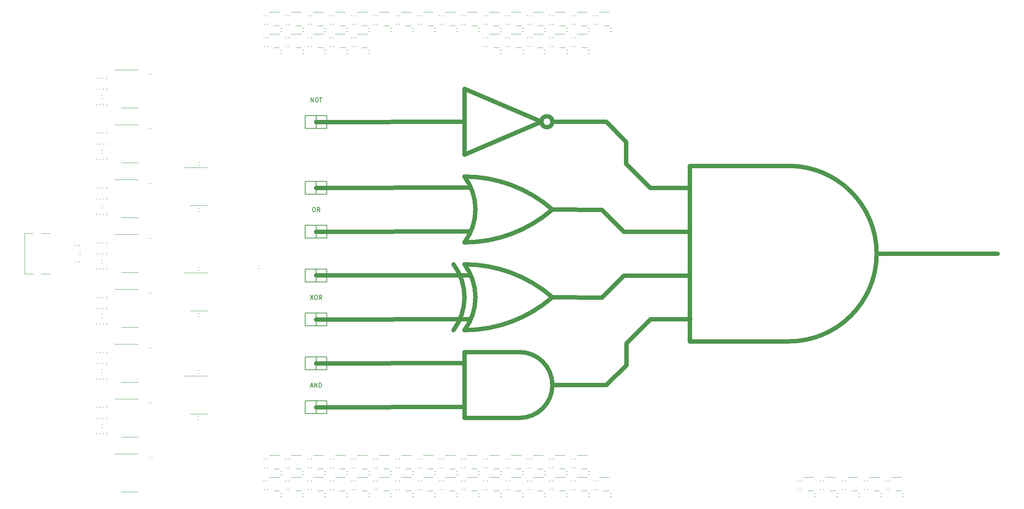
<source format=gbr>
%TF.GenerationSoftware,KiCad,Pcbnew,(6.0.9)*%
%TF.CreationDate,2022-12-26T01:44:17+02:00*%
%TF.ProjectId,maru-logic,6d617275-2d6c-46f6-9769-632e6b696361,rev?*%
%TF.SameCoordinates,Original*%
%TF.FileFunction,Legend,Top*%
%TF.FilePolarity,Positive*%
%FSLAX46Y46*%
G04 Gerber Fmt 4.6, Leading zero omitted, Abs format (unit mm)*
G04 Created by KiCad (PCBNEW (6.0.9)) date 2022-12-26 01:44:17*
%MOMM*%
%LPD*%
G01*
G04 APERTURE LIST*
%ADD10C,1.000000*%
%ADD11C,0.200000*%
%ADD12C,0.120000*%
%ADD13C,0.150000*%
G04 APERTURE END LIST*
D10*
X154940001Y-88835642D02*
X142240001Y-88835642D01*
X237490000Y-66040000D02*
X265430000Y-66040000D01*
X142240000Y-35495641D02*
X107950000Y-35560000D01*
X143510000Y-60895641D02*
X107950000Y-60960000D01*
X179642359Y-86803641D02*
X185230359Y-81215641D01*
X162559988Y-55815655D02*
G75*
G03*
X142240000Y-48195641I-20319988J-23283245D01*
G01*
X142240000Y-27875641D02*
X160020000Y-35495641D01*
X194310000Y-50800000D02*
X185166000Y-50800000D01*
X142240001Y-101535642D02*
X107950001Y-101600001D01*
X139707400Y-83755640D02*
G75*
G03*
X139707401Y-68515641I-10197100J7620000D01*
G01*
X160020000Y-35495641D02*
X142240000Y-43115641D01*
X194310000Y-45720000D02*
X217170000Y-45720000D01*
X142240000Y-43115641D02*
X142240000Y-27875641D01*
X143510000Y-81215641D02*
X107950000Y-81280000D01*
X194374359Y-81215641D02*
X185230359Y-81215641D01*
X162560000Y-35495641D02*
G75*
G03*
X162560000Y-35495641I-1270000J0D01*
G01*
X142239999Y-83755640D02*
G75*
G03*
X142240000Y-68515641I-10197099J7620000D01*
G01*
X142240000Y-83755639D02*
G75*
G03*
X162560000Y-76135641I0J30903339D01*
G01*
X162560000Y-55815641D02*
X173990000Y-55880000D01*
X142240000Y-63435639D02*
G75*
G03*
X162560000Y-55815641I0J30903339D01*
G01*
X162559988Y-76135655D02*
G75*
G03*
X142240000Y-68515641I-20319988J-23283245D01*
G01*
X175006000Y-35495641D02*
X179578000Y-40132000D01*
X173990000Y-55880000D02*
X179070000Y-60960000D01*
X162560000Y-96455641D02*
X175006000Y-96455641D01*
X173990000Y-76200000D02*
X179070000Y-71120000D01*
X179642359Y-86803641D02*
X179642359Y-91883641D01*
X194310000Y-86360000D02*
X217170000Y-86360000D01*
X142240001Y-88835642D02*
X142240001Y-104075642D01*
X162560000Y-76135641D02*
X173990000Y-76200000D01*
X143510000Y-50735641D02*
X107950000Y-50800000D01*
X179578000Y-45212000D02*
X185166000Y-50800000D01*
X142240001Y-91375642D02*
X107950001Y-91440001D01*
X142239999Y-63435640D02*
G75*
G03*
X142240000Y-48195641I-10197099J7620000D01*
G01*
X194310000Y-60960000D02*
X179070000Y-60960000D01*
X175006000Y-96455641D02*
X179642359Y-91883641D01*
X154940001Y-104075638D02*
G75*
G03*
X154940001Y-88835642I-1J7619998D01*
G01*
X194310000Y-45720000D02*
X194310000Y-86360000D01*
X194310000Y-71120000D02*
X179070000Y-71120000D01*
X179578000Y-40132000D02*
X179578000Y-45212000D01*
X217170000Y-86360000D02*
G75*
G03*
X217170000Y-45720000I0J20320000D01*
G01*
X143510000Y-71055641D02*
X107950000Y-71055641D01*
X162560000Y-35495641D02*
X175006000Y-35495641D01*
X154940001Y-104075642D02*
X142240001Y-104075642D01*
D11*
X106592857Y-75652380D02*
X107259523Y-76652380D01*
X107259523Y-75652380D02*
X106592857Y-76652380D01*
X107830952Y-75652380D02*
X108021428Y-75652380D01*
X108116666Y-75700000D01*
X108211904Y-75795238D01*
X108259523Y-75985714D01*
X108259523Y-76319047D01*
X108211904Y-76509523D01*
X108116666Y-76604761D01*
X108021428Y-76652380D01*
X107830952Y-76652380D01*
X107735714Y-76604761D01*
X107640476Y-76509523D01*
X107592857Y-76319047D01*
X107592857Y-75985714D01*
X107640476Y-75795238D01*
X107735714Y-75700000D01*
X107830952Y-75652380D01*
X109259523Y-76652380D02*
X108926190Y-76176190D01*
X108688095Y-76652380D02*
X108688095Y-75652380D01*
X109069047Y-75652380D01*
X109164285Y-75700000D01*
X109211904Y-75747619D01*
X109259523Y-75842857D01*
X109259523Y-75985714D01*
X109211904Y-76080952D01*
X109164285Y-76128571D01*
X109069047Y-76176190D01*
X108688095Y-76176190D01*
X106759523Y-30932380D02*
X106759523Y-29932380D01*
X107330952Y-30932380D01*
X107330952Y-29932380D01*
X107997619Y-29932380D02*
X108188095Y-29932380D01*
X108283333Y-29980000D01*
X108378571Y-30075238D01*
X108426190Y-30265714D01*
X108426190Y-30599047D01*
X108378571Y-30789523D01*
X108283333Y-30884761D01*
X108188095Y-30932380D01*
X107997619Y-30932380D01*
X107902380Y-30884761D01*
X107807142Y-30789523D01*
X107759523Y-30599047D01*
X107759523Y-30265714D01*
X107807142Y-30075238D01*
X107902380Y-29980000D01*
X107997619Y-29932380D01*
X108711904Y-29932380D02*
X109283333Y-29932380D01*
X108997619Y-30932380D02*
X108997619Y-29932380D01*
X106688095Y-96686666D02*
X107164285Y-96686666D01*
X106592857Y-96972380D02*
X106926190Y-95972380D01*
X107259523Y-96972380D01*
X107592857Y-96972380D02*
X107592857Y-95972380D01*
X108164285Y-96972380D01*
X108164285Y-95972380D01*
X108640476Y-96972380D02*
X108640476Y-95972380D01*
X108878571Y-95972380D01*
X109021428Y-96020000D01*
X109116666Y-96115238D01*
X109164285Y-96210476D01*
X109211904Y-96400952D01*
X109211904Y-96543809D01*
X109164285Y-96734285D01*
X109116666Y-96829523D01*
X109021428Y-96924761D01*
X108878571Y-96972380D01*
X108640476Y-96972380D01*
X107354761Y-55332380D02*
X107545238Y-55332380D01*
X107640476Y-55380000D01*
X107735714Y-55475238D01*
X107783333Y-55665714D01*
X107783333Y-55999047D01*
X107735714Y-56189523D01*
X107640476Y-56284761D01*
X107545238Y-56332380D01*
X107354761Y-56332380D01*
X107259523Y-56284761D01*
X107164285Y-56189523D01*
X107116666Y-55999047D01*
X107116666Y-55665714D01*
X107164285Y-55475238D01*
X107259523Y-55380000D01*
X107354761Y-55332380D01*
X108783333Y-56332380D02*
X108450000Y-55856190D01*
X108211904Y-56332380D02*
X108211904Y-55332380D01*
X108592857Y-55332380D01*
X108688095Y-55380000D01*
X108735714Y-55427619D01*
X108783333Y-55522857D01*
X108783333Y-55665714D01*
X108735714Y-55760952D01*
X108688095Y-55808571D01*
X108592857Y-55856190D01*
X108211904Y-55856190D01*
D12*
%TO.C,R10302*%
X175872359Y-14604000D02*
X176179641Y-14604000D01*
X175872359Y-13844000D02*
X176179641Y-13844000D01*
%TO.C,R1303*%
X58802000Y-63653641D02*
X58802000Y-63346359D01*
X59562000Y-63653641D02*
X59562000Y-63346359D01*
%TO.C,R2502*%
X170792359Y-18924000D02*
X171099641Y-18924000D01*
X170792359Y-19684000D02*
X171099641Y-19684000D01*
%TO.C,Q7501*%
X108962000Y-120940000D02*
X109612000Y-120940000D01*
X108962000Y-117820000D02*
X107287000Y-117820000D01*
X108962000Y-120940000D02*
X108312000Y-120940000D01*
X108962000Y-117820000D02*
X109612000Y-117820000D01*
%TO.C,Q8001*%
X164846000Y-112740000D02*
X163171000Y-112740000D01*
X164846000Y-112740000D02*
X165496000Y-112740000D01*
X164846000Y-115860000D02*
X165496000Y-115860000D01*
X164846000Y-115860000D02*
X164196000Y-115860000D01*
%TO.C,C1104*%
X58018000Y-53475836D02*
X58018000Y-53260164D01*
X57298000Y-53475836D02*
X57298000Y-53260164D01*
%TO.C,R5902*%
X145392359Y-122300000D02*
X145699641Y-122300000D01*
X145392359Y-121540000D02*
X145699641Y-121540000D01*
%TO.C,R201*%
X57278000Y-31649641D02*
X57278000Y-31342359D01*
X58038000Y-31649641D02*
X58038000Y-31342359D01*
%TO.C,Q4901*%
X175006000Y-117820000D02*
X175656000Y-117820000D01*
X175006000Y-120940000D02*
X175656000Y-120940000D01*
X175006000Y-120940000D02*
X174356000Y-120940000D01*
X175006000Y-117820000D02*
X173331000Y-117820000D01*
%TO.C,Q10001*%
X159766000Y-10124000D02*
X158091000Y-10124000D01*
X159766000Y-10124000D02*
X160416000Y-10124000D01*
X159766000Y-13244000D02*
X160416000Y-13244000D01*
X159766000Y-13244000D02*
X159116000Y-13244000D01*
%TO.C,R1102*%
X58802000Y-57049641D02*
X58802000Y-56742359D01*
X59562000Y-57049641D02*
X59562000Y-56742359D01*
%TO.C,C7101*%
X116226000Y-115462164D02*
X116226000Y-115677836D01*
X116946000Y-115462164D02*
X116946000Y-115677836D01*
%TO.C,C7401*%
X101706000Y-120542164D02*
X101706000Y-120757836D01*
X100986000Y-120542164D02*
X100986000Y-120757836D01*
%TO.C,C2001*%
X151790000Y-17926164D02*
X151790000Y-18141836D01*
X152510000Y-17926164D02*
X152510000Y-18141836D01*
D13*
%TO.C,SW301*%
X110450000Y-34060000D02*
X105450000Y-34060000D01*
X105450000Y-37060000D02*
X110450000Y-37060000D01*
X107950000Y-36060000D02*
X108450000Y-35310000D01*
X105450000Y-34060000D02*
X105450000Y-37060000D01*
X110450000Y-37060000D02*
X110450000Y-34060000D01*
X107950000Y-37060000D02*
X107950000Y-36060000D01*
X107950000Y-34060000D02*
X107950000Y-35060000D01*
D12*
%TO.C,R2902*%
X114912359Y-14604000D02*
X115219641Y-14604000D01*
X114912359Y-13844000D02*
X115219641Y-13844000D01*
%TO.C,J101*%
X42495000Y-70740000D02*
X40595000Y-70740000D01*
X40595000Y-61340000D02*
X40595000Y-70740000D01*
X42495000Y-61340000D02*
X40595000Y-61340000D01*
X46395000Y-61340000D02*
X44395000Y-61340000D01*
X46395000Y-70740000D02*
X44395000Y-70740000D01*
%TO.C,R4502*%
X160632359Y-122300000D02*
X160939641Y-122300000D01*
X160632359Y-121540000D02*
X160939641Y-121540000D01*
%TO.C,R5801*%
X136530000Y-118464359D02*
X136530000Y-118771641D01*
X137290000Y-118464359D02*
X137290000Y-118771641D01*
%TO.C,C107*%
X80745836Y-103725000D02*
X80530164Y-103725000D01*
X80745836Y-104445000D02*
X80530164Y-104445000D01*
%TO.C,Q9801*%
X149606000Y-10124000D02*
X150256000Y-10124000D01*
X149606000Y-13244000D02*
X148956000Y-13244000D01*
X149606000Y-13244000D02*
X150256000Y-13244000D01*
X149606000Y-10124000D02*
X147931000Y-10124000D01*
%TO.C,U104*%
X64770000Y-112354299D02*
X61320000Y-112354299D01*
X64770000Y-121224299D02*
X66720000Y-121224299D01*
X64770000Y-112354299D02*
X66720000Y-112354299D01*
X64770000Y-121224299D02*
X62820000Y-121224299D01*
%TO.C,R5302*%
X119992359Y-19684000D02*
X120299641Y-19684000D01*
X119992359Y-18924000D02*
X120299641Y-18924000D01*
%TO.C,R7701*%
X111886000Y-118464359D02*
X111886000Y-118771641D01*
X111126000Y-118464359D02*
X111126000Y-118771641D01*
%TO.C,R6401*%
X137290000Y-113384359D02*
X137290000Y-113691641D01*
X136530000Y-113384359D02*
X136530000Y-113691641D01*
%TO.C,R9902*%
X155552359Y-13844000D02*
X155859641Y-13844000D01*
X155552359Y-14604000D02*
X155859641Y-14604000D01*
%TO.C,R204*%
X59562000Y-27786359D02*
X59562000Y-28093641D01*
X58802000Y-27786359D02*
X58802000Y-28093641D01*
%TO.C,R5502*%
X130152359Y-121540000D02*
X130459641Y-121540000D01*
X130152359Y-122300000D02*
X130459641Y-122300000D01*
%TO.C,R5002*%
X165712359Y-122300000D02*
X166019641Y-122300000D01*
X165712359Y-121540000D02*
X166019641Y-121540000D01*
%TO.C,C3701*%
X136550000Y-12846164D02*
X136550000Y-13061836D01*
X137270000Y-12846164D02*
X137270000Y-13061836D01*
%TO.C,R401*%
X225174000Y-118464359D02*
X225174000Y-118771641D01*
X224414000Y-118464359D02*
X224414000Y-118771641D01*
%TO.C,R10102*%
X165712359Y-14604000D02*
X166019641Y-14604000D01*
X165712359Y-13844000D02*
X166019641Y-13844000D01*
%TO.C,R1304*%
X59562000Y-65886359D02*
X59562000Y-66193641D01*
X58802000Y-65886359D02*
X58802000Y-66193641D01*
%TO.C,U1501*%
X64890000Y-83120000D02*
X66840000Y-83120000D01*
X64890000Y-74250000D02*
X61440000Y-74250000D01*
X64890000Y-74250000D02*
X66840000Y-74250000D01*
X64890000Y-83120000D02*
X62940000Y-83120000D01*
%TO.C,R7402*%
X104748359Y-121540000D02*
X105055641Y-121540000D01*
X104748359Y-122300000D02*
X105055641Y-122300000D01*
%TO.C,R2701*%
X106810000Y-10768359D02*
X106810000Y-11075641D01*
X106050000Y-10768359D02*
X106050000Y-11075641D01*
%TO.C,Q4001*%
X114046000Y-18324000D02*
X114696000Y-18324000D01*
X114046000Y-15204000D02*
X112371000Y-15204000D01*
X114046000Y-18324000D02*
X113396000Y-18324000D01*
X114046000Y-15204000D02*
X114696000Y-15204000D01*
%TO.C,R903*%
X59562000Y-38253641D02*
X59562000Y-37946359D01*
X58802000Y-38253641D02*
X58802000Y-37946359D01*
%TO.C,Q5501*%
X129286000Y-117820000D02*
X127611000Y-117820000D01*
X129286000Y-120940000D02*
X129936000Y-120940000D01*
X129286000Y-120940000D02*
X128636000Y-120940000D01*
X129286000Y-117820000D02*
X129936000Y-117820000D01*
%TO.C,C1102*%
X58312164Y-55478000D02*
X58527836Y-55478000D01*
X58312164Y-54758000D02*
X58527836Y-54758000D01*
%TO.C,R5201*%
X146690000Y-113384359D02*
X146690000Y-113691641D01*
X147450000Y-113384359D02*
X147450000Y-113691641D01*
%TO.C,C903*%
X57298000Y-38207836D02*
X57298000Y-37992164D01*
X58018000Y-38207836D02*
X58018000Y-37992164D01*
%TO.C,Q5801*%
X139446000Y-117820000D02*
X137771000Y-117820000D01*
X139446000Y-120940000D02*
X138796000Y-120940000D01*
X139446000Y-117820000D02*
X140096000Y-117820000D01*
X139446000Y-120940000D02*
X140096000Y-120940000D01*
%TO.C,Q2501*%
X169926000Y-15204000D02*
X170576000Y-15204000D01*
X169926000Y-15204000D02*
X168251000Y-15204000D01*
X169926000Y-18324000D02*
X169276000Y-18324000D01*
X169926000Y-18324000D02*
X170576000Y-18324000D01*
%TO.C,C7001*%
X111146000Y-115462164D02*
X111146000Y-115677836D01*
X111866000Y-115462164D02*
X111866000Y-115677836D01*
%TO.C,Q3601*%
X124206000Y-10124000D02*
X122531000Y-10124000D01*
X124206000Y-10124000D02*
X124856000Y-10124000D01*
X124206000Y-13244000D02*
X123556000Y-13244000D01*
X124206000Y-13244000D02*
X124856000Y-13244000D01*
%TO.C,R702*%
X58802000Y-107849641D02*
X58802000Y-107542359D01*
X59562000Y-107849641D02*
X59562000Y-107542359D01*
%TO.C,Q5601*%
X134366000Y-117820000D02*
X132691000Y-117820000D01*
X134366000Y-117820000D02*
X135016000Y-117820000D01*
X134366000Y-120940000D02*
X135016000Y-120940000D01*
X134366000Y-120940000D02*
X133716000Y-120940000D01*
%TO.C,R2102*%
X243436359Y-121540000D02*
X243743641Y-121540000D01*
X243436359Y-122300000D02*
X243743641Y-122300000D01*
%TO.C,R2101*%
X240414000Y-118464359D02*
X240414000Y-118771641D01*
X239654000Y-118464359D02*
X239654000Y-118771641D01*
%TO.C,Q6201*%
X134366000Y-112740000D02*
X132691000Y-112740000D01*
X134366000Y-115860000D02*
X135016000Y-115860000D01*
X134366000Y-112740000D02*
X135016000Y-112740000D01*
X134366000Y-115860000D02*
X133716000Y-115860000D01*
%TO.C,Q6901*%
X98802000Y-115860000D02*
X98152000Y-115860000D01*
X98802000Y-112740000D02*
X97127000Y-112740000D01*
X98802000Y-115860000D02*
X99452000Y-115860000D01*
X98802000Y-112740000D02*
X99452000Y-112740000D01*
%TO.C,C6301*%
X121310000Y-115462164D02*
X121310000Y-115677836D01*
X122030000Y-115462164D02*
X122030000Y-115677836D01*
%TO.C,R102*%
X53085000Y-68098641D02*
X53085000Y-67791359D01*
X52325000Y-68098641D02*
X52325000Y-67791359D01*
%TO.C,R1301*%
X57278000Y-69749641D02*
X57278000Y-69442359D01*
X58038000Y-69749641D02*
X58038000Y-69442359D01*
%TO.C,R504*%
X58802000Y-91286359D02*
X58802000Y-91593641D01*
X59562000Y-91286359D02*
X59562000Y-91593641D01*
%TO.C,Q7001*%
X114042000Y-112740000D02*
X114692000Y-112740000D01*
X114042000Y-115860000D02*
X113392000Y-115860000D01*
X114042000Y-115860000D02*
X114692000Y-115860000D01*
X114042000Y-112740000D02*
X112367000Y-112740000D01*
%TO.C,R4002*%
X114912359Y-19684000D02*
X115219641Y-19684000D01*
X114912359Y-18924000D02*
X115219641Y-18924000D01*
%TO.C,R7501*%
X106806000Y-118464359D02*
X106806000Y-118771641D01*
X106046000Y-118464359D02*
X106046000Y-118771641D01*
%TO.C,C4601*%
X151790000Y-120542164D02*
X151790000Y-120757836D01*
X152510000Y-120542164D02*
X152510000Y-120757836D01*
%TO.C,R1503*%
X59562000Y-76353641D02*
X59562000Y-76046359D01*
X58802000Y-76353641D02*
X58802000Y-76046359D01*
%TO.C,R1504*%
X59562000Y-78586359D02*
X59562000Y-78893641D01*
X58802000Y-78586359D02*
X58802000Y-78893641D01*
%TO.C,R6801*%
X106806000Y-113384359D02*
X106806000Y-113691641D01*
X106046000Y-113384359D02*
X106046000Y-113691641D01*
%TO.C,R3802*%
X145392359Y-14604000D02*
X145699641Y-14604000D01*
X145392359Y-13844000D02*
X145699641Y-13844000D01*
%TO.C,C101*%
X69275299Y-113121164D02*
X69275299Y-113336836D01*
X69995299Y-113121164D02*
X69995299Y-113336836D01*
%TO.C,R3902*%
X99672359Y-19684000D02*
X99979641Y-19684000D01*
X99672359Y-18924000D02*
X99979641Y-18924000D01*
%TO.C,C5701*%
X121310000Y-120542164D02*
X121310000Y-120757836D01*
X122030000Y-120542164D02*
X122030000Y-120757836D01*
%TO.C,Q10301*%
X175006000Y-13244000D02*
X174356000Y-13244000D01*
X175006000Y-10124000D02*
X175656000Y-10124000D01*
X175006000Y-10124000D02*
X173331000Y-10124000D01*
X175006000Y-13244000D02*
X175656000Y-13244000D01*
%TO.C,Q7401*%
X103882000Y-117820000D02*
X104532000Y-117820000D01*
X103882000Y-117820000D02*
X102207000Y-117820000D01*
X103882000Y-120940000D02*
X103232000Y-120940000D01*
X103882000Y-120940000D02*
X104532000Y-120940000D01*
%TO.C,C904*%
X58018000Y-40775836D02*
X58018000Y-40560164D01*
X57298000Y-40775836D02*
X57298000Y-40560164D01*
%TO.C,R2302*%
X150472359Y-19684000D02*
X150779641Y-19684000D01*
X150472359Y-18924000D02*
X150779641Y-18924000D01*
%TO.C,R503*%
X59562000Y-89053641D02*
X59562000Y-88746359D01*
X58802000Y-89053641D02*
X58802000Y-88746359D01*
%TO.C,R501*%
X58038000Y-95149641D02*
X58038000Y-94842359D01*
X57278000Y-95149641D02*
X57278000Y-94842359D01*
%TO.C,Q6101*%
X129286000Y-115860000D02*
X128636000Y-115860000D01*
X129286000Y-115860000D02*
X129936000Y-115860000D01*
X129286000Y-112740000D02*
X129936000Y-112740000D01*
X129286000Y-112740000D02*
X127611000Y-112740000D01*
%TO.C,R6202*%
X135232359Y-117220000D02*
X135539641Y-117220000D01*
X135232359Y-116460000D02*
X135539641Y-116460000D01*
%TO.C,C109*%
X80872836Y-79849000D02*
X80657164Y-79849000D01*
X80872836Y-80569000D02*
X80657164Y-80569000D01*
%TO.C,C5901*%
X142350000Y-120542164D02*
X142350000Y-120757836D01*
X141630000Y-120542164D02*
X141630000Y-120757836D01*
%TO.C,C1304*%
X57298000Y-66175836D02*
X57298000Y-65960164D01*
X58018000Y-66175836D02*
X58018000Y-65960164D01*
%TO.C,Q5001*%
X164846000Y-120940000D02*
X165496000Y-120940000D01*
X164846000Y-120940000D02*
X164196000Y-120940000D01*
X164846000Y-117820000D02*
X165496000Y-117820000D01*
X164846000Y-117820000D02*
X163171000Y-117820000D01*
%TO.C,R6102*%
X130152359Y-117220000D02*
X130459641Y-117220000D01*
X130152359Y-116460000D02*
X130459641Y-116460000D01*
%TO.C,C1303*%
X58018000Y-63607836D02*
X58018000Y-63392164D01*
X57298000Y-63607836D02*
X57298000Y-63392164D01*
%TO.C,C2501*%
X167030000Y-17926164D02*
X167030000Y-18141836D01*
X167750000Y-17926164D02*
X167750000Y-18141836D01*
%TO.C,R3501*%
X132210000Y-10768359D02*
X132210000Y-11075641D01*
X131450000Y-10768359D02*
X131450000Y-11075641D01*
%TO.C,C704*%
X58018000Y-104275836D02*
X58018000Y-104060164D01*
X57298000Y-104275836D02*
X57298000Y-104060164D01*
%TO.C,R3201*%
X101730000Y-15848359D02*
X101730000Y-16155641D01*
X100970000Y-15848359D02*
X100970000Y-16155641D01*
%TO.C,R1501*%
X57278000Y-82449641D02*
X57278000Y-82142359D01*
X58038000Y-82449641D02*
X58038000Y-82142359D01*
%TO.C,Q4301*%
X154686000Y-112740000D02*
X153011000Y-112740000D01*
X154686000Y-115860000D02*
X154036000Y-115860000D01*
X154686000Y-112740000D02*
X155336000Y-112740000D01*
X154686000Y-115860000D02*
X155336000Y-115860000D01*
%TO.C,R10201*%
X167770000Y-10768359D02*
X167770000Y-11075641D01*
X167010000Y-10768359D02*
X167010000Y-11075641D01*
%TO.C,R902*%
X59562000Y-44349641D02*
X59562000Y-44042359D01*
X58802000Y-44349641D02*
X58802000Y-44042359D01*
%TO.C,U501*%
X64890000Y-95820000D02*
X62940000Y-95820000D01*
X64890000Y-95820000D02*
X66840000Y-95820000D01*
X64890000Y-86950000D02*
X66840000Y-86950000D01*
X64890000Y-86950000D02*
X61440000Y-86950000D01*
%TO.C,R4902*%
X175872359Y-122300000D02*
X176179641Y-122300000D01*
X175872359Y-121540000D02*
X176179641Y-121540000D01*
%TO.C,R402*%
X228196359Y-122300000D02*
X228503641Y-122300000D01*
X228196359Y-121540000D02*
X228503641Y-121540000D01*
%TO.C,C7601*%
X96626000Y-120542164D02*
X96626000Y-120757836D01*
X95906000Y-120542164D02*
X95906000Y-120757836D01*
%TO.C,R3001*%
X116210000Y-10768359D02*
X116210000Y-11075641D01*
X116970000Y-10768359D02*
X116970000Y-11075641D01*
%TO.C,R4802*%
X170792359Y-122300000D02*
X171099641Y-122300000D01*
X170792359Y-121540000D02*
X171099641Y-121540000D01*
%TO.C,R5001*%
X162690000Y-118464359D02*
X162690000Y-118771641D01*
X161930000Y-118464359D02*
X161930000Y-118771641D01*
%TO.C,R6101*%
X127130000Y-113384359D02*
X127130000Y-113691641D01*
X126370000Y-113384359D02*
X126370000Y-113691641D01*
%TO.C,C105*%
X80872836Y-56185000D02*
X80657164Y-56185000D01*
X80872836Y-55465000D02*
X80657164Y-55465000D01*
%TO.C,C5201*%
X147430000Y-115462164D02*
X147430000Y-115677836D01*
X146710000Y-115462164D02*
X146710000Y-115677836D01*
%TO.C,Q3701*%
X139446000Y-13244000D02*
X138796000Y-13244000D01*
X139446000Y-10124000D02*
X140096000Y-10124000D01*
X139446000Y-13244000D02*
X140096000Y-13244000D01*
X139446000Y-10124000D02*
X137771000Y-10124000D01*
%TO.C,Q4601*%
X154686000Y-117820000D02*
X153011000Y-117820000D01*
X154686000Y-120940000D02*
X154036000Y-120940000D01*
X154686000Y-120940000D02*
X155336000Y-120940000D01*
X154686000Y-117820000D02*
X155336000Y-117820000D01*
%TO.C,R4302*%
X155552359Y-116460000D02*
X155859641Y-116460000D01*
X155552359Y-117220000D02*
X155859641Y-117220000D01*
%TO.C,R7601*%
X95886000Y-118464359D02*
X95886000Y-118771641D01*
X96646000Y-118464359D02*
X96646000Y-118771641D01*
%TO.C,R2802*%
X99672359Y-13844000D02*
X99979641Y-13844000D01*
X99672359Y-14604000D02*
X99979641Y-14604000D01*
%TO.C,Q3201*%
X103886000Y-18324000D02*
X104536000Y-18324000D01*
X103886000Y-15204000D02*
X102211000Y-15204000D01*
X103886000Y-18324000D02*
X103236000Y-18324000D01*
X103886000Y-15204000D02*
X104536000Y-15204000D01*
%TO.C,C3401*%
X126390000Y-12846164D02*
X126390000Y-13061836D01*
X127110000Y-12846164D02*
X127110000Y-13061836D01*
%TO.C,C6101*%
X126390000Y-115462164D02*
X126390000Y-115677836D01*
X127110000Y-115462164D02*
X127110000Y-115677836D01*
%TO.C,R704*%
X58802000Y-103986359D02*
X58802000Y-104293641D01*
X59562000Y-103986359D02*
X59562000Y-104293641D01*
%TO.C,C3501*%
X132190000Y-12846164D02*
X132190000Y-13061836D01*
X131470000Y-12846164D02*
X131470000Y-13061836D01*
%TO.C,R3601*%
X121290000Y-10768359D02*
X121290000Y-11075641D01*
X122050000Y-10768359D02*
X122050000Y-11075641D01*
%TO.C,R101*%
X52325000Y-63981359D02*
X52325000Y-64288641D01*
X53085000Y-63981359D02*
X53085000Y-64288641D01*
%TO.C,C10301*%
X172110000Y-12846164D02*
X172110000Y-13061836D01*
X172830000Y-12846164D02*
X172830000Y-13061836D01*
D13*
%TO.C,SW801*%
X107950000Y-102100000D02*
X108450000Y-101350000D01*
X110450000Y-103100000D02*
X110450000Y-100100000D01*
X107950000Y-103100000D02*
X107950000Y-102100000D01*
X105450000Y-100100000D02*
X105450000Y-103100000D01*
X107950000Y-100100000D02*
X107950000Y-101100000D01*
X105450000Y-103100000D02*
X110450000Y-103100000D01*
X110450000Y-100100000D02*
X105450000Y-100100000D01*
D12*
%TO.C,C6401*%
X137270000Y-115462164D02*
X137270000Y-115677836D01*
X136550000Y-115462164D02*
X136550000Y-115677836D01*
%TO.C,Q1701*%
X232410000Y-117820000D02*
X233060000Y-117820000D01*
X232410000Y-117820000D02*
X230735000Y-117820000D01*
X232410000Y-120940000D02*
X231760000Y-120940000D01*
X232410000Y-120940000D02*
X233060000Y-120940000D01*
%TO.C,C203*%
X58018000Y-25507836D02*
X58018000Y-25292164D01*
X57298000Y-25507836D02*
X57298000Y-25292164D01*
%TO.C,C5101*%
X156870000Y-115462164D02*
X156870000Y-115677836D01*
X157590000Y-115462164D02*
X157590000Y-115677836D01*
%TO.C,R6701*%
X101726000Y-113384359D02*
X101726000Y-113691641D01*
X100966000Y-113384359D02*
X100966000Y-113691641D01*
%TO.C,Q4801*%
X169926000Y-120940000D02*
X170576000Y-120940000D01*
X169926000Y-117820000D02*
X168251000Y-117820000D01*
X169926000Y-120940000D02*
X169276000Y-120940000D01*
X169926000Y-117820000D02*
X170576000Y-117820000D01*
%TO.C,C5601*%
X132190000Y-120542164D02*
X132190000Y-120757836D01*
X131470000Y-120542164D02*
X131470000Y-120757836D01*
%TO.C,R4001*%
X111130000Y-15848359D02*
X111130000Y-16155641D01*
X111890000Y-15848359D02*
X111890000Y-16155641D01*
%TO.C,Q6801*%
X108962000Y-112740000D02*
X109612000Y-112740000D01*
X108962000Y-115860000D02*
X108312000Y-115860000D01*
X108962000Y-112740000D02*
X107287000Y-112740000D01*
X108962000Y-115860000D02*
X109612000Y-115860000D01*
%TO.C,R10002*%
X160632359Y-13844000D02*
X160939641Y-13844000D01*
X160632359Y-14604000D02*
X160939641Y-14604000D01*
%TO.C,R1801*%
X220094000Y-118464359D02*
X220094000Y-118771641D01*
X219334000Y-118464359D02*
X219334000Y-118771641D01*
%TO.C,R6402*%
X140312359Y-116460000D02*
X140619641Y-116460000D01*
X140312359Y-117220000D02*
X140619641Y-117220000D01*
%TO.C,R3301*%
X106050000Y-15848359D02*
X106050000Y-16155641D01*
X106810000Y-15848359D02*
X106810000Y-16155641D01*
%TO.C,Q2901*%
X114046000Y-10124000D02*
X114696000Y-10124000D01*
X114046000Y-10124000D02*
X112371000Y-10124000D01*
X114046000Y-13244000D02*
X113396000Y-13244000D01*
X114046000Y-13244000D02*
X114696000Y-13244000D01*
%TO.C,C1103*%
X58018000Y-50907836D02*
X58018000Y-50692164D01*
X57298000Y-50907836D02*
X57298000Y-50692164D01*
%TO.C,Q5201*%
X149606000Y-112740000D02*
X147931000Y-112740000D01*
X149606000Y-115860000D02*
X150256000Y-115860000D01*
X149606000Y-115860000D02*
X148956000Y-115860000D01*
X149606000Y-112740000D02*
X150256000Y-112740000D01*
%TO.C,R6502*%
X145392359Y-116460000D02*
X145699641Y-116460000D01*
X145392359Y-117220000D02*
X145699641Y-117220000D01*
%TO.C,C1301*%
X69956000Y-62376164D02*
X69956000Y-62591836D01*
X69236000Y-62376164D02*
X69236000Y-62591836D01*
%TO.C,R7101*%
X116966000Y-113384359D02*
X116966000Y-113691641D01*
X116206000Y-113384359D02*
X116206000Y-113691641D01*
%TO.C,C6801*%
X106066000Y-115462164D02*
X106066000Y-115677836D01*
X106786000Y-115462164D02*
X106786000Y-115677836D01*
%TO.C,C8001*%
X161950000Y-115462164D02*
X161950000Y-115677836D01*
X162670000Y-115462164D02*
X162670000Y-115677836D01*
%TO.C,R5501*%
X127130000Y-118464359D02*
X127130000Y-118771641D01*
X126370000Y-118464359D02*
X126370000Y-118771641D01*
%TO.C,C4301*%
X151790000Y-115462164D02*
X151790000Y-115677836D01*
X152510000Y-115462164D02*
X152510000Y-115677836D01*
%TO.C,C9901*%
X151790000Y-12846164D02*
X151790000Y-13061836D01*
X152510000Y-12846164D02*
X152510000Y-13061836D01*
%TO.C,R202*%
X59562000Y-31649641D02*
X59562000Y-31342359D01*
X58802000Y-31649641D02*
X58802000Y-31342359D01*
%TO.C,C106*%
X80999836Y-45517000D02*
X80784164Y-45517000D01*
X80999836Y-44797000D02*
X80784164Y-44797000D01*
%TO.C,R4501*%
X156850000Y-118464359D02*
X156850000Y-118771641D01*
X157610000Y-118464359D02*
X157610000Y-118771641D01*
D13*
%TO.C,SW1401*%
X107950000Y-69620000D02*
X107950000Y-70620000D01*
X107950000Y-72620000D02*
X107950000Y-71620000D01*
X105450000Y-72620000D02*
X110450000Y-72620000D01*
X110450000Y-69620000D02*
X105450000Y-69620000D01*
X110450000Y-72620000D02*
X110450000Y-69620000D01*
X107950000Y-71620000D02*
X108450000Y-70870000D01*
X105450000Y-69620000D02*
X105450000Y-72620000D01*
D12*
%TO.C,C7701*%
X111866000Y-120542164D02*
X111866000Y-120757836D01*
X111146000Y-120542164D02*
X111146000Y-120757836D01*
%TO.C,C501*%
X69956000Y-87776164D02*
X69956000Y-87991836D01*
X69236000Y-87776164D02*
X69236000Y-87991836D01*
%TO.C,C2401*%
X162670000Y-17926164D02*
X162670000Y-18141836D01*
X161950000Y-17926164D02*
X161950000Y-18141836D01*
%TO.C,Q3801*%
X144526000Y-10124000D02*
X145176000Y-10124000D01*
X144526000Y-13244000D02*
X143876000Y-13244000D01*
X144526000Y-10124000D02*
X142851000Y-10124000D01*
X144526000Y-13244000D02*
X145176000Y-13244000D01*
%TO.C,Q3501*%
X134366000Y-10124000D02*
X135016000Y-10124000D01*
X134366000Y-10124000D02*
X132691000Y-10124000D01*
X134366000Y-13244000D02*
X133716000Y-13244000D01*
X134366000Y-13244000D02*
X135016000Y-13244000D01*
%TO.C,R7502*%
X109828359Y-122300000D02*
X110135641Y-122300000D01*
X109828359Y-121540000D02*
X110135641Y-121540000D01*
%TO.C,C5801*%
X136550000Y-120542164D02*
X136550000Y-120757836D01*
X137270000Y-120542164D02*
X137270000Y-120757836D01*
%TO.C,Q2201*%
X159766000Y-15204000D02*
X158091000Y-15204000D01*
X159766000Y-18324000D02*
X159116000Y-18324000D01*
X159766000Y-18324000D02*
X160416000Y-18324000D01*
X159766000Y-15204000D02*
X160416000Y-15204000D01*
%TO.C,U103*%
X80857000Y-103186000D02*
X78907000Y-103186000D01*
X80857000Y-103186000D02*
X82807000Y-103186000D01*
X80857000Y-94316000D02*
X77407000Y-94316000D01*
X80857000Y-94316000D02*
X82807000Y-94316000D01*
%TO.C,Q2401*%
X164846000Y-18324000D02*
X164196000Y-18324000D01*
X164846000Y-15204000D02*
X165496000Y-15204000D01*
X164846000Y-15204000D02*
X163171000Y-15204000D01*
X164846000Y-18324000D02*
X165496000Y-18324000D01*
%TO.C,R6302*%
X125072359Y-117220000D02*
X125379641Y-117220000D01*
X125072359Y-116460000D02*
X125379641Y-116460000D01*
%TO.C,Q6701*%
X103882000Y-112740000D02*
X104532000Y-112740000D01*
X103882000Y-115860000D02*
X103232000Y-115860000D01*
X103882000Y-115860000D02*
X104532000Y-115860000D01*
X103882000Y-112740000D02*
X102207000Y-112740000D01*
%TO.C,C5501*%
X126390000Y-120542164D02*
X126390000Y-120757836D01*
X127110000Y-120542164D02*
X127110000Y-120757836D01*
%TO.C,Q3301*%
X108966000Y-15204000D02*
X109616000Y-15204000D01*
X108966000Y-15204000D02*
X107291000Y-15204000D01*
X108966000Y-18324000D02*
X108316000Y-18324000D01*
X108966000Y-18324000D02*
X109616000Y-18324000D01*
%TO.C,R7602*%
X99668359Y-122300000D02*
X99975641Y-122300000D01*
X99668359Y-121540000D02*
X99975641Y-121540000D01*
%TO.C,R2602*%
X104752359Y-14604000D02*
X105059641Y-14604000D01*
X104752359Y-13844000D02*
X105059641Y-13844000D01*
%TO.C,R4602*%
X155552359Y-122300000D02*
X155859641Y-122300000D01*
X155552359Y-121540000D02*
X155859641Y-121540000D01*
%TO.C,R2702*%
X109832359Y-14604000D02*
X110139641Y-14604000D01*
X109832359Y-13844000D02*
X110139641Y-13844000D01*
%TO.C,Q6401*%
X139446000Y-112740000D02*
X137771000Y-112740000D01*
X139446000Y-115860000D02*
X140096000Y-115860000D01*
X139446000Y-112740000D02*
X140096000Y-112740000D01*
X139446000Y-115860000D02*
X138796000Y-115860000D01*
%TO.C,C202*%
X58312164Y-30078000D02*
X58527836Y-30078000D01*
X58312164Y-29358000D02*
X58527836Y-29358000D01*
%TO.C,R8002*%
X165712359Y-116460000D02*
X166019641Y-116460000D01*
X165712359Y-117220000D02*
X166019641Y-117220000D01*
%TO.C,R1702*%
X233276359Y-122300000D02*
X233583641Y-122300000D01*
X233276359Y-121540000D02*
X233583641Y-121540000D01*
%TO.C,R3602*%
X125072359Y-13844000D02*
X125379641Y-13844000D01*
X125072359Y-14604000D02*
X125379641Y-14604000D01*
%TO.C,C5001*%
X162670000Y-120542164D02*
X162670000Y-120757836D01*
X161950000Y-120542164D02*
X161950000Y-120757836D01*
%TO.C,C3001*%
X116230000Y-12846164D02*
X116230000Y-13061836D01*
X116950000Y-12846164D02*
X116950000Y-13061836D01*
%TO.C,R904*%
X58802000Y-40486359D02*
X58802000Y-40793641D01*
X59562000Y-40486359D02*
X59562000Y-40793641D01*
%TO.C,C6701*%
X100986000Y-115462164D02*
X100986000Y-115677836D01*
X101706000Y-115462164D02*
X101706000Y-115677836D01*
%TO.C,C4801*%
X167030000Y-120542164D02*
X167030000Y-120757836D01*
X167750000Y-120542164D02*
X167750000Y-120757836D01*
D13*
%TO.C,SW601*%
X107950000Y-89940000D02*
X107950000Y-90940000D01*
X110450000Y-89940000D02*
X105450000Y-89940000D01*
X107950000Y-91940000D02*
X108450000Y-91190000D01*
X105450000Y-92940000D02*
X110450000Y-92940000D01*
X107950000Y-92940000D02*
X107950000Y-91940000D01*
X110450000Y-92940000D02*
X110450000Y-89940000D01*
X105450000Y-89940000D02*
X105450000Y-92940000D01*
D12*
%TO.C,Q5701*%
X124206000Y-117820000D02*
X122531000Y-117820000D01*
X124206000Y-120940000D02*
X124856000Y-120940000D01*
X124206000Y-120940000D02*
X123556000Y-120940000D01*
X124206000Y-117820000D02*
X124856000Y-117820000D01*
%TO.C,Q4701*%
X149606000Y-120940000D02*
X150256000Y-120940000D01*
X149606000Y-117820000D02*
X150256000Y-117820000D01*
X149606000Y-117820000D02*
X147931000Y-117820000D01*
X149606000Y-120940000D02*
X148956000Y-120940000D01*
%TO.C,R10001*%
X156850000Y-10768359D02*
X156850000Y-11075641D01*
X157610000Y-10768359D02*
X157610000Y-11075641D01*
%TO.C,R7001*%
X111886000Y-113384359D02*
X111886000Y-113691641D01*
X111126000Y-113384359D02*
X111126000Y-113691641D01*
%TO.C,R901*%
X58038000Y-44349641D02*
X58038000Y-44042359D01*
X57278000Y-44349641D02*
X57278000Y-44042359D01*
%TO.C,R3502*%
X135232359Y-13844000D02*
X135539641Y-13844000D01*
X135232359Y-14604000D02*
X135539641Y-14604000D01*
%TO.C,C204*%
X58018000Y-28075836D02*
X58018000Y-27860164D01*
X57298000Y-28075836D02*
X57298000Y-27860164D01*
%TO.C,C2901*%
X111870000Y-12846164D02*
X111870000Y-13061836D01*
X111150000Y-12846164D02*
X111150000Y-13061836D01*
%TO.C,R8102*%
X170792359Y-117220000D02*
X171099641Y-117220000D01*
X170792359Y-116460000D02*
X171099641Y-116460000D01*
%TO.C,R2201*%
X157610000Y-15848359D02*
X157610000Y-16155641D01*
X156850000Y-15848359D02*
X156850000Y-16155641D01*
%TO.C,C1302*%
X58312164Y-68178000D02*
X58527836Y-68178000D01*
X58312164Y-67458000D02*
X58527836Y-67458000D01*
%TO.C,R701*%
X58038000Y-107849641D02*
X58038000Y-107542359D01*
X57278000Y-107849641D02*
X57278000Y-107542359D01*
%TO.C,R2301*%
X146690000Y-15848359D02*
X146690000Y-16155641D01*
X147450000Y-15848359D02*
X147450000Y-16155641D01*
%TO.C,Q1801*%
X222250000Y-117820000D02*
X222900000Y-117820000D01*
X222250000Y-117820000D02*
X220575000Y-117820000D01*
X222250000Y-120940000D02*
X222900000Y-120940000D01*
X222250000Y-120940000D02*
X221600000Y-120940000D01*
%TO.C,C702*%
X58312164Y-106278000D02*
X58527836Y-106278000D01*
X58312164Y-105558000D02*
X58527836Y-105558000D01*
%TO.C,R2501*%
X167770000Y-15848359D02*
X167770000Y-16155641D01*
X167010000Y-15848359D02*
X167010000Y-16155641D01*
%TO.C,C5301*%
X116230000Y-17926164D02*
X116230000Y-18141836D01*
X116950000Y-17926164D02*
X116950000Y-18141836D01*
%TO.C,C1504*%
X57298000Y-78875836D02*
X57298000Y-78660164D01*
X58018000Y-78875836D02*
X58018000Y-78660164D01*
%TO.C,R2202*%
X160632359Y-18924000D02*
X160939641Y-18924000D01*
X160632359Y-19684000D02*
X160939641Y-19684000D01*
%TO.C,Q6301*%
X124206000Y-115860000D02*
X123556000Y-115860000D01*
X124206000Y-115860000D02*
X124856000Y-115860000D01*
X124206000Y-112740000D02*
X122531000Y-112740000D01*
X124206000Y-112740000D02*
X124856000Y-112740000D01*
%TO.C,C1701*%
X230234000Y-120542164D02*
X230234000Y-120757836D01*
X229514000Y-120542164D02*
X229514000Y-120757836D01*
%TO.C,Q5101*%
X159766000Y-115860000D02*
X160416000Y-115860000D01*
X159766000Y-112740000D02*
X160416000Y-112740000D01*
X159766000Y-115860000D02*
X159116000Y-115860000D01*
X159766000Y-112740000D02*
X158091000Y-112740000D01*
%TO.C,C10201*%
X167030000Y-12846164D02*
X167030000Y-13061836D01*
X167750000Y-12846164D02*
X167750000Y-13061836D01*
%TO.C,R8101*%
X167010000Y-113384359D02*
X167010000Y-113691641D01*
X167770000Y-113384359D02*
X167770000Y-113691641D01*
%TO.C,Q2801*%
X98806000Y-10124000D02*
X99456000Y-10124000D01*
X98806000Y-10124000D02*
X97131000Y-10124000D01*
X98806000Y-13244000D02*
X98156000Y-13244000D01*
X98806000Y-13244000D02*
X99456000Y-13244000D01*
%TO.C,C1501*%
X69956000Y-75076164D02*
X69956000Y-75291836D01*
X69236000Y-75076164D02*
X69236000Y-75291836D01*
%TO.C,R5702*%
X125072359Y-122300000D02*
X125379641Y-122300000D01*
X125072359Y-121540000D02*
X125379641Y-121540000D01*
%TO.C,Q3401*%
X129286000Y-10124000D02*
X127611000Y-10124000D01*
X129286000Y-13244000D02*
X128636000Y-13244000D01*
X129286000Y-13244000D02*
X129936000Y-13244000D01*
X129286000Y-10124000D02*
X129936000Y-10124000D01*
%TO.C,R1101*%
X57278000Y-57049641D02*
X57278000Y-56742359D01*
X58038000Y-57049641D02*
X58038000Y-56742359D01*
%TO.C,Q7601*%
X98802000Y-120940000D02*
X98152000Y-120940000D01*
X98802000Y-120940000D02*
X99452000Y-120940000D01*
X98802000Y-117820000D02*
X97127000Y-117820000D01*
X98802000Y-117820000D02*
X99452000Y-117820000D01*
%TO.C,R3402*%
X130152359Y-13844000D02*
X130459641Y-13844000D01*
X130152359Y-14604000D02*
X130459641Y-14604000D01*
%TO.C,R3801*%
X141610000Y-10768359D02*
X141610000Y-11075641D01*
X142370000Y-10768359D02*
X142370000Y-11075641D01*
%TO.C,C3201*%
X100990000Y-17926164D02*
X100990000Y-18141836D01*
X101710000Y-17926164D02*
X101710000Y-18141836D01*
%TO.C,R5701*%
X122050000Y-118464359D02*
X122050000Y-118771641D01*
X121290000Y-118464359D02*
X121290000Y-118771641D01*
%TO.C,R1302*%
X58802000Y-69749641D02*
X58802000Y-69442359D01*
X59562000Y-69749641D02*
X59562000Y-69442359D01*
%TO.C,C2101*%
X240394000Y-120542164D02*
X240394000Y-120757836D01*
X239674000Y-120542164D02*
X239674000Y-120757836D01*
%TO.C,C103*%
X94722836Y-68855000D02*
X94507164Y-68855000D01*
X94722836Y-69575000D02*
X94507164Y-69575000D01*
%TO.C,R2601*%
X100970000Y-10768359D02*
X100970000Y-11075641D01*
X101730000Y-10768359D02*
X101730000Y-11075641D01*
%TO.C,R1104*%
X59562000Y-53186359D02*
X59562000Y-53493641D01*
X58802000Y-53186359D02*
X58802000Y-53493641D01*
%TO.C,R3702*%
X140312359Y-13844000D02*
X140619641Y-13844000D01*
X140312359Y-14604000D02*
X140619641Y-14604000D01*
%TO.C,Q6501*%
X144526000Y-115860000D02*
X145176000Y-115860000D01*
X144526000Y-112740000D02*
X142851000Y-112740000D01*
X144526000Y-112740000D02*
X145176000Y-112740000D01*
X144526000Y-115860000D02*
X143876000Y-115860000D01*
%TO.C,C9801*%
X147430000Y-12846164D02*
X147430000Y-13061836D01*
X146710000Y-12846164D02*
X146710000Y-13061836D01*
D13*
%TO.C,SW1601*%
X110450000Y-79780000D02*
X105450000Y-79780000D01*
X110450000Y-82780000D02*
X110450000Y-79780000D01*
X107950000Y-81780000D02*
X108450000Y-81030000D01*
X107950000Y-82780000D02*
X107950000Y-81780000D01*
X107950000Y-79780000D02*
X107950000Y-80780000D01*
X105450000Y-79780000D02*
X105450000Y-82780000D01*
X105450000Y-82780000D02*
X110450000Y-82780000D01*
D12*
%TO.C,Q10101*%
X164846000Y-10124000D02*
X165496000Y-10124000D01*
X164846000Y-10124000D02*
X163171000Y-10124000D01*
X164846000Y-13244000D02*
X164196000Y-13244000D01*
X164846000Y-13244000D02*
X165496000Y-13244000D01*
D13*
%TO.C,SW1201*%
X107950000Y-61460000D02*
X108450000Y-60710000D01*
X107950000Y-62460000D02*
X107950000Y-61460000D01*
X105450000Y-59460000D02*
X105450000Y-62460000D01*
X110450000Y-62460000D02*
X110450000Y-59460000D01*
X107950000Y-59460000D02*
X107950000Y-60460000D01*
X110450000Y-59460000D02*
X105450000Y-59460000D01*
X105450000Y-62460000D02*
X110450000Y-62460000D01*
D12*
%TO.C,R7802*%
X119988359Y-122300000D02*
X120295641Y-122300000D01*
X119988359Y-121540000D02*
X120295641Y-121540000D01*
%TO.C,U1301*%
X64890000Y-61550000D02*
X66840000Y-61550000D01*
X64890000Y-61550000D02*
X61440000Y-61550000D01*
X64890000Y-70420000D02*
X66840000Y-70420000D01*
X64890000Y-70420000D02*
X62940000Y-70420000D01*
%TO.C,Q1901*%
X237490000Y-117820000D02*
X238140000Y-117820000D01*
X237490000Y-117820000D02*
X235815000Y-117820000D01*
X237490000Y-120940000D02*
X238140000Y-120940000D01*
X237490000Y-120940000D02*
X236840000Y-120940000D01*
%TO.C,R2402*%
X165712359Y-19684000D02*
X166019641Y-19684000D01*
X165712359Y-18924000D02*
X166019641Y-18924000D01*
%TO.C,R203*%
X59562000Y-25553641D02*
X59562000Y-25246359D01*
X58802000Y-25553641D02*
X58802000Y-25246359D01*
%TO.C,C1503*%
X57298000Y-76307836D02*
X57298000Y-76092164D01*
X58018000Y-76307836D02*
X58018000Y-76092164D01*
%TO.C,C1502*%
X58312164Y-80158000D02*
X58527836Y-80158000D01*
X58312164Y-80878000D02*
X58527836Y-80878000D01*
%TO.C,R9802*%
X150472359Y-14604000D02*
X150779641Y-14604000D01*
X150472359Y-13844000D02*
X150779641Y-13844000D01*
%TO.C,R5601*%
X131450000Y-118464359D02*
X131450000Y-118771641D01*
X132210000Y-118464359D02*
X132210000Y-118771641D01*
%TO.C,C401*%
X224434000Y-120542164D02*
X224434000Y-120757836D01*
X225154000Y-120542164D02*
X225154000Y-120757836D01*
%TO.C,C503*%
X58018000Y-89007836D02*
X58018000Y-88792164D01*
X57298000Y-89007836D02*
X57298000Y-88792164D01*
%TO.C,C3601*%
X121310000Y-12846164D02*
X121310000Y-13061836D01*
X122030000Y-12846164D02*
X122030000Y-13061836D01*
%TO.C,C7501*%
X106786000Y-120542164D02*
X106786000Y-120757836D01*
X106066000Y-120542164D02*
X106066000Y-120757836D01*
%TO.C,C10001*%
X157590000Y-12846164D02*
X157590000Y-13061836D01*
X156870000Y-12846164D02*
X156870000Y-13061836D01*
%TO.C,Q7801*%
X119122000Y-120940000D02*
X118472000Y-120940000D01*
X119122000Y-120940000D02*
X119772000Y-120940000D01*
X119122000Y-117820000D02*
X117447000Y-117820000D01*
X119122000Y-117820000D02*
X119772000Y-117820000D01*
%TO.C,Q9901*%
X154686000Y-10124000D02*
X153011000Y-10124000D01*
X154686000Y-13244000D02*
X155336000Y-13244000D01*
X154686000Y-13244000D02*
X154036000Y-13244000D01*
X154686000Y-10124000D02*
X155336000Y-10124000D01*
%TO.C,C4001*%
X111870000Y-17926164D02*
X111870000Y-18141836D01*
X111150000Y-17926164D02*
X111150000Y-18141836D01*
D13*
%TO.C,SW1001*%
X105450000Y-49300000D02*
X105450000Y-52300000D01*
X110450000Y-49300000D02*
X105450000Y-49300000D01*
X107950000Y-49300000D02*
X107950000Y-50300000D01*
X107950000Y-52300000D02*
X107950000Y-51300000D01*
X110450000Y-52300000D02*
X110450000Y-49300000D01*
X105450000Y-52300000D02*
X110450000Y-52300000D01*
X107950000Y-51300000D02*
X108450000Y-50550000D01*
D12*
%TO.C,R2901*%
X111890000Y-10768359D02*
X111890000Y-11075641D01*
X111130000Y-10768359D02*
X111130000Y-11075641D01*
%TO.C,C201*%
X69956000Y-24276164D02*
X69956000Y-24491836D01*
X69236000Y-24276164D02*
X69236000Y-24491836D01*
%TO.C,Q8101*%
X169926000Y-115860000D02*
X169276000Y-115860000D01*
X169926000Y-112740000D02*
X168251000Y-112740000D01*
X169926000Y-115860000D02*
X170576000Y-115860000D01*
X169926000Y-112740000D02*
X170576000Y-112740000D01*
%TO.C,C3301*%
X106790000Y-17926164D02*
X106790000Y-18141836D01*
X106070000Y-17926164D02*
X106070000Y-18141836D01*
%TO.C,R3002*%
X119992359Y-13844000D02*
X120299641Y-13844000D01*
X119992359Y-14604000D02*
X120299641Y-14604000D01*
%TO.C,Q7701*%
X114042000Y-120940000D02*
X114692000Y-120940000D01*
X114042000Y-120940000D02*
X113392000Y-120940000D01*
X114042000Y-117820000D02*
X114692000Y-117820000D01*
X114042000Y-117820000D02*
X112367000Y-117820000D01*
%TO.C,R502*%
X59562000Y-95149641D02*
X59562000Y-94842359D01*
X58802000Y-95149641D02*
X58802000Y-94842359D01*
%TO.C,R5802*%
X140312359Y-122300000D02*
X140619641Y-122300000D01*
X140312359Y-121540000D02*
X140619641Y-121540000D01*
%TO.C,C108*%
X53447836Y-66400000D02*
X53232164Y-66400000D01*
X53447836Y-65680000D02*
X53232164Y-65680000D01*
%TO.C,Q2601*%
X103886000Y-13244000D02*
X103236000Y-13244000D01*
X103886000Y-10124000D02*
X102211000Y-10124000D01*
X103886000Y-10124000D02*
X104536000Y-10124000D01*
X103886000Y-13244000D02*
X104536000Y-13244000D01*
%TO.C,R3901*%
X96650000Y-15848359D02*
X96650000Y-16155641D01*
X95890000Y-15848359D02*
X95890000Y-16155641D01*
%TO.C,R5101*%
X157610000Y-113384359D02*
X157610000Y-113691641D01*
X156850000Y-113384359D02*
X156850000Y-113691641D01*
%TO.C,U101*%
X80792000Y-46056000D02*
X82742000Y-46056000D01*
X80792000Y-54926000D02*
X82742000Y-54926000D01*
X80792000Y-46056000D02*
X77342000Y-46056000D01*
X80792000Y-54926000D02*
X78842000Y-54926000D01*
%TO.C,Q4501*%
X159766000Y-117820000D02*
X160416000Y-117820000D01*
X159766000Y-120940000D02*
X159116000Y-120940000D01*
X159766000Y-120940000D02*
X160416000Y-120940000D01*
X159766000Y-117820000D02*
X158091000Y-117820000D01*
%TO.C,Q2301*%
X149606000Y-18324000D02*
X150256000Y-18324000D01*
X149606000Y-18324000D02*
X148956000Y-18324000D01*
X149606000Y-15204000D02*
X150256000Y-15204000D01*
X149606000Y-15204000D02*
X147931000Y-15204000D01*
%TO.C,R5602*%
X135232359Y-121540000D02*
X135539641Y-121540000D01*
X135232359Y-122300000D02*
X135539641Y-122300000D01*
%TO.C,R7002*%
X114908359Y-117220000D02*
X115215641Y-117220000D01*
X114908359Y-116460000D02*
X115215641Y-116460000D01*
%TO.C,C902*%
X58312164Y-42778000D02*
X58527836Y-42778000D01*
X58312164Y-42058000D02*
X58527836Y-42058000D01*
%TO.C,C104*%
X80999836Y-69181000D02*
X80784164Y-69181000D01*
X80999836Y-69901000D02*
X80784164Y-69901000D01*
%TO.C,C2601*%
X100990000Y-12846164D02*
X100990000Y-13061836D01*
X101710000Y-12846164D02*
X101710000Y-13061836D01*
%TO.C,R4301*%
X152530000Y-113384359D02*
X152530000Y-113691641D01*
X151770000Y-113384359D02*
X151770000Y-113691641D01*
%TO.C,R1802*%
X223116359Y-121540000D02*
X223423641Y-121540000D01*
X223116359Y-122300000D02*
X223423641Y-122300000D01*
%TO.C,C2301*%
X147430000Y-17926164D02*
X147430000Y-18141836D01*
X146710000Y-17926164D02*
X146710000Y-18141836D01*
%TO.C,R5102*%
X160632359Y-116460000D02*
X160939641Y-116460000D01*
X160632359Y-117220000D02*
X160939641Y-117220000D01*
%TO.C,C701*%
X69236000Y-100476164D02*
X69236000Y-100691836D01*
X69956000Y-100476164D02*
X69956000Y-100691836D01*
%TO.C,U201*%
X64890000Y-23450000D02*
X66840000Y-23450000D01*
X64890000Y-23450000D02*
X61440000Y-23450000D01*
X64890000Y-32320000D02*
X66840000Y-32320000D01*
X64890000Y-32320000D02*
X62940000Y-32320000D01*
%TO.C,R10202*%
X170792359Y-14604000D02*
X171099641Y-14604000D01*
X170792359Y-13844000D02*
X171099641Y-13844000D01*
%TO.C,C4901*%
X172830000Y-120542164D02*
X172830000Y-120757836D01*
X172110000Y-120542164D02*
X172110000Y-120757836D01*
%TO.C,C4501*%
X157590000Y-120542164D02*
X157590000Y-120757836D01*
X156870000Y-120542164D02*
X156870000Y-120757836D01*
%TO.C,Q10201*%
X169926000Y-10124000D02*
X168251000Y-10124000D01*
X169926000Y-13244000D02*
X169276000Y-13244000D01*
X169926000Y-13244000D02*
X170576000Y-13244000D01*
X169926000Y-10124000D02*
X170576000Y-10124000D01*
%TO.C,R5901*%
X142370000Y-118464359D02*
X142370000Y-118771641D01*
X141610000Y-118464359D02*
X141610000Y-118771641D01*
%TO.C,R7102*%
X119988359Y-116460000D02*
X120295641Y-116460000D01*
X119988359Y-117220000D02*
X120295641Y-117220000D01*
%TO.C,R5202*%
X150472359Y-117220000D02*
X150779641Y-117220000D01*
X150472359Y-116460000D02*
X150779641Y-116460000D01*
%TO.C,R2801*%
X95890000Y-10768359D02*
X95890000Y-11075641D01*
X96650000Y-10768359D02*
X96650000Y-11075641D01*
%TO.C,R6501*%
X142370000Y-113384359D02*
X142370000Y-113691641D01*
X141610000Y-113384359D02*
X141610000Y-113691641D01*
%TO.C,Q3901*%
X98806000Y-18324000D02*
X99456000Y-18324000D01*
X98806000Y-15204000D02*
X99456000Y-15204000D01*
X98806000Y-18324000D02*
X98156000Y-18324000D01*
X98806000Y-15204000D02*
X97131000Y-15204000D01*
%TO.C,R3202*%
X104752359Y-19684000D02*
X105059641Y-19684000D01*
X104752359Y-18924000D02*
X105059641Y-18924000D01*
%TO.C,R4801*%
X167010000Y-118464359D02*
X167010000Y-118771641D01*
X167770000Y-118464359D02*
X167770000Y-118771641D01*
%TO.C,R6301*%
X121290000Y-113384359D02*
X121290000Y-113691641D01*
X122050000Y-113384359D02*
X122050000Y-113691641D01*
%TO.C,C2801*%
X96630000Y-12846164D02*
X96630000Y-13061836D01*
X95910000Y-12846164D02*
X95910000Y-13061836D01*
%TO.C,C2201*%
X157590000Y-17926164D02*
X157590000Y-18141836D01*
X156870000Y-17926164D02*
X156870000Y-18141836D01*
%TO.C,C6201*%
X132190000Y-115462164D02*
X132190000Y-115677836D01*
X131470000Y-115462164D02*
X131470000Y-115677836D01*
%TO.C,R1103*%
X59562000Y-50953641D02*
X59562000Y-50646359D01*
X58802000Y-50953641D02*
X58802000Y-50646359D01*
%TO.C,Q2701*%
X108966000Y-10124000D02*
X109616000Y-10124000D01*
X108966000Y-13244000D02*
X109616000Y-13244000D01*
X108966000Y-10124000D02*
X107291000Y-10124000D01*
X108966000Y-13244000D02*
X108316000Y-13244000D01*
%TO.C,U1101*%
X64890000Y-48850000D02*
X61440000Y-48850000D01*
X64890000Y-57720000D02*
X62940000Y-57720000D01*
X64890000Y-57720000D02*
X66840000Y-57720000D01*
X64890000Y-48850000D02*
X66840000Y-48850000D01*
%TO.C,R703*%
X59562000Y-101753641D02*
X59562000Y-101446359D01*
X58802000Y-101753641D02*
X58802000Y-101446359D01*
%TO.C,C3901*%
X95910000Y-17926164D02*
X95910000Y-18141836D01*
X96630000Y-17926164D02*
X96630000Y-18141836D01*
%TO.C,C901*%
X69236000Y-36976164D02*
X69236000Y-37191836D01*
X69956000Y-36976164D02*
X69956000Y-37191836D01*
%TO.C,R4701*%
X147450000Y-118464359D02*
X147450000Y-118771641D01*
X146690000Y-118464359D02*
X146690000Y-118771641D01*
%TO.C,R2401*%
X162690000Y-15848359D02*
X162690000Y-16155641D01*
X161930000Y-15848359D02*
X161930000Y-16155641D01*
%TO.C,C1101*%
X69956000Y-49676164D02*
X69956000Y-49891836D01*
X69236000Y-49676164D02*
X69236000Y-49891836D01*
%TO.C,R1502*%
X58802000Y-82449641D02*
X58802000Y-82142359D01*
X59562000Y-82449641D02*
X59562000Y-82142359D01*
%TO.C,Q5301*%
X119126000Y-18324000D02*
X119776000Y-18324000D01*
X119126000Y-18324000D02*
X118476000Y-18324000D01*
X119126000Y-15204000D02*
X119776000Y-15204000D01*
X119126000Y-15204000D02*
X117451000Y-15204000D01*
%TO.C,C7801*%
X116226000Y-120542164D02*
X116226000Y-120757836D01*
X116946000Y-120542164D02*
X116946000Y-120757836D01*
%TO.C,R5301*%
X116970000Y-15848359D02*
X116970000Y-16155641D01*
X116210000Y-15848359D02*
X116210000Y-16155641D01*
%TO.C,U102*%
X80857000Y-70440000D02*
X77407000Y-70440000D01*
X80857000Y-79310000D02*
X78907000Y-79310000D01*
X80857000Y-79310000D02*
X82807000Y-79310000D01*
X80857000Y-70440000D02*
X82807000Y-70440000D01*
%TO.C,R6901*%
X96646000Y-113384359D02*
X96646000Y-113691641D01*
X95886000Y-113384359D02*
X95886000Y-113691641D01*
%TO.C,R7702*%
X114908359Y-122300000D02*
X115215641Y-122300000D01*
X114908359Y-121540000D02*
X115215641Y-121540000D01*
%TO.C,R7801*%
X116966000Y-118464359D02*
X116966000Y-118771641D01*
X116206000Y-118464359D02*
X116206000Y-118771641D01*
%TO.C,Q2001*%
X154686000Y-15204000D02*
X153011000Y-15204000D01*
X154686000Y-18324000D02*
X154036000Y-18324000D01*
X154686000Y-15204000D02*
X155336000Y-15204000D01*
X154686000Y-18324000D02*
X155336000Y-18324000D01*
%TO.C,R2002*%
X155552359Y-18924000D02*
X155859641Y-18924000D01*
X155552359Y-19684000D02*
X155859641Y-19684000D01*
%TO.C,C6501*%
X142350000Y-115462164D02*
X142350000Y-115677836D01*
X141630000Y-115462164D02*
X141630000Y-115677836D01*
%TO.C,C1801*%
X219354000Y-120542164D02*
X219354000Y-120757836D01*
X220074000Y-120542164D02*
X220074000Y-120757836D01*
%TO.C,R8001*%
X162690000Y-113384359D02*
X162690000Y-113691641D01*
X161930000Y-113384359D02*
X161930000Y-113691641D01*
%TO.C,R2001*%
X152530000Y-15848359D02*
X152530000Y-16155641D01*
X151770000Y-15848359D02*
X151770000Y-16155641D01*
%TO.C,Q5901*%
X144526000Y-117820000D02*
X145176000Y-117820000D01*
X144526000Y-117820000D02*
X142851000Y-117820000D01*
X144526000Y-120940000D02*
X145176000Y-120940000D01*
X144526000Y-120940000D02*
X143876000Y-120940000D01*
%TO.C,Q2101*%
X242570000Y-117820000D02*
X243220000Y-117820000D01*
X242570000Y-120940000D02*
X241920000Y-120940000D01*
X242570000Y-120940000D02*
X243220000Y-120940000D01*
X242570000Y-117820000D02*
X240895000Y-117820000D01*
%TO.C,C3801*%
X141630000Y-12846164D02*
X141630000Y-13061836D01*
X142350000Y-12846164D02*
X142350000Y-13061836D01*
%TO.C,R4601*%
X151770000Y-118464359D02*
X151770000Y-118771641D01*
X152530000Y-118464359D02*
X152530000Y-118771641D01*
%TO.C,C10101*%
X162670000Y-12846164D02*
X162670000Y-13061836D01*
X161950000Y-12846164D02*
X161950000Y-13061836D01*
%TO.C,C8101*%
X167750000Y-115462164D02*
X167750000Y-115677836D01*
X167030000Y-115462164D02*
X167030000Y-115677836D01*
%TO.C,R3401*%
X127130000Y-10768359D02*
X127130000Y-11075641D01*
X126370000Y-10768359D02*
X126370000Y-11075641D01*
%TO.C,Q401*%
X227330000Y-117820000D02*
X225655000Y-117820000D01*
X227330000Y-120940000D02*
X227980000Y-120940000D01*
X227330000Y-117820000D02*
X227980000Y-117820000D01*
X227330000Y-120940000D02*
X226680000Y-120940000D01*
%TO.C,R6902*%
X99668359Y-117220000D02*
X99975641Y-117220000D01*
X99668359Y-116460000D02*
X99975641Y-116460000D01*
%TO.C,U701*%
X64890000Y-99650000D02*
X61440000Y-99650000D01*
X64890000Y-99650000D02*
X66840000Y-99650000D01*
X64890000Y-108520000D02*
X62940000Y-108520000D01*
X64890000Y-108520000D02*
X66840000Y-108520000D01*
%TO.C,C1901*%
X234594000Y-120542164D02*
X234594000Y-120757836D01*
X235314000Y-120542164D02*
X235314000Y-120757836D01*
%TO.C,C504*%
X58018000Y-91575836D02*
X58018000Y-91360164D01*
X57298000Y-91575836D02*
X57298000Y-91360164D01*
%TO.C,R10301*%
X172850000Y-10768359D02*
X172850000Y-11075641D01*
X172090000Y-10768359D02*
X172090000Y-11075641D01*
%TO.C,R1701*%
X229494000Y-118464359D02*
X229494000Y-118771641D01*
X230254000Y-118464359D02*
X230254000Y-118771641D01*
%TO.C,C102*%
X80999836Y-93057000D02*
X80784164Y-93057000D01*
X80999836Y-93777000D02*
X80784164Y-93777000D01*
%TO.C,R1902*%
X238356359Y-121540000D02*
X238663641Y-121540000D01*
X238356359Y-122300000D02*
X238663641Y-122300000D01*
%TO.C,C4701*%
X147430000Y-120542164D02*
X147430000Y-120757836D01*
X146710000Y-120542164D02*
X146710000Y-120757836D01*
%TO.C,R6802*%
X109828359Y-116460000D02*
X110135641Y-116460000D01*
X109828359Y-117220000D02*
X110135641Y-117220000D01*
%TO.C,R9901*%
X151770000Y-10768359D02*
X151770000Y-11075641D01*
X152530000Y-10768359D02*
X152530000Y-11075641D01*
%TO.C,R6702*%
X104748359Y-116460000D02*
X105055641Y-116460000D01*
X104748359Y-117220000D02*
X105055641Y-117220000D01*
%TO.C,Q7101*%
X119122000Y-112740000D02*
X117447000Y-112740000D01*
X119122000Y-115860000D02*
X119772000Y-115860000D01*
X119122000Y-115860000D02*
X118472000Y-115860000D01*
X119122000Y-112740000D02*
X119772000Y-112740000D01*
%TO.C,R9801*%
X147450000Y-10768359D02*
X147450000Y-11075641D01*
X146690000Y-10768359D02*
X146690000Y-11075641D01*
%TO.C,C502*%
X58312164Y-93578000D02*
X58527836Y-93578000D01*
X58312164Y-92858000D02*
X58527836Y-92858000D01*
%TO.C,R4702*%
X150472359Y-122300000D02*
X150779641Y-122300000D01*
X150472359Y-121540000D02*
X150779641Y-121540000D01*
%TO.C,C6901*%
X96626000Y-115462164D02*
X96626000Y-115677836D01*
X95906000Y-115462164D02*
X95906000Y-115677836D01*
%TO.C,R1901*%
X235334000Y-118464359D02*
X235334000Y-118771641D01*
X234574000Y-118464359D02*
X234574000Y-118771641D01*
%TO.C,R3701*%
X136530000Y-10768359D02*
X136530000Y-11075641D01*
X137290000Y-10768359D02*
X137290000Y-11075641D01*
%TO.C,C2701*%
X106070000Y-12846164D02*
X106070000Y-13061836D01*
X106790000Y-12846164D02*
X106790000Y-13061836D01*
%TO.C,R3302*%
X109832359Y-19684000D02*
X110139641Y-19684000D01*
X109832359Y-18924000D02*
X110139641Y-18924000D01*
%TO.C,Q3001*%
X119126000Y-13244000D02*
X118476000Y-13244000D01*
X119126000Y-10124000D02*
X119776000Y-10124000D01*
X119126000Y-13244000D02*
X119776000Y-13244000D01*
X119126000Y-10124000D02*
X117451000Y-10124000D01*
%TO.C,R10101*%
X162690000Y-10768359D02*
X162690000Y-11075641D01*
X161930000Y-10768359D02*
X161930000Y-11075641D01*
%TO.C,R6201*%
X131450000Y-113384359D02*
X131450000Y-113691641D01*
X132210000Y-113384359D02*
X132210000Y-113691641D01*
%TO.C,U901*%
X64890000Y-36150000D02*
X61440000Y-36150000D01*
X64890000Y-45020000D02*
X66840000Y-45020000D01*
X64890000Y-36150000D02*
X66840000Y-36150000D01*
X64890000Y-45020000D02*
X62940000Y-45020000D01*
%TO.C,C703*%
X57298000Y-101707836D02*
X57298000Y-101492164D01*
X58018000Y-101707836D02*
X58018000Y-101492164D01*
%TO.C,R7401*%
X100966000Y-118464359D02*
X100966000Y-118771641D01*
X101726000Y-118464359D02*
X101726000Y-118771641D01*
%TO.C,R4901*%
X172850000Y-118464359D02*
X172850000Y-118771641D01*
X172090000Y-118464359D02*
X172090000Y-118771641D01*
%TD*%
M02*

</source>
